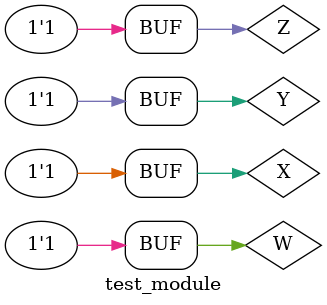
<source format=v>

module PoS (output S, input X, Y, Z, W); // maxtermos
    assign S = (X  | Y  | Z  | W ) & // M0 
               (X  | Y  | Z  | ~W) & // M1 
               (X  | Y  | ~Z | W ) & // M2 
               (X  | Y  | ~Z | ~W) & // M3 
               (X  | ~Y | ~Z | W ) & // M6 
               (~X | Y  | Z  | W ) & // M8 
               (~X | Y  | ~Z | ~W) & // M11
               (~X | ~Y | ~Z | W ) ; // M14
endmodule // PoS


// ---------------------
// -- test_module
// ---------------------
module test_module;
    reg X, Y, Z, W;
    wire S1;

    // instancias
    PoS PoS1 (S1, X, Y, Z, W);
    
    // valores iniciais
    initial 
        begin: start
            X=1'bx; // indefinidos
            Y=1'bx; // indefinidos
            Z=1'bx; // indefinidos
            W=1'bx; // indefinidos
        end

    // parte principal
    initial 
        begin: main
            // identificacao
            $display("Ex04c - Marcos Antonio Lommez - 771157");
            $display(" M (0, 1, 2, 3, 6, 8, 11, 14) ");

            // monitoramento
            $display(" X | Y | Z | W =  ");
            $monitor("%2b |%2b |%2b |%2b =    %2b", X, Y, Z, W, S1);
            
            // sinalizacao
            #1 X=0; Y=0; Z=0; W=0;
            #1 X=0; Y=0; Z=0; W=1;
            #1 X=0; Y=0; Z=1; W=0;
            #1 X=0; Y=0; Z=1; W=1;
            #1 X=0; Y=1; Z=0; W=0;
            #1 X=0; Y=1; Z=0; W=1;
            #1 X=0; Y=1; Z=1; W=0;
            #1 X=0; Y=1; Z=1; W=1;
            #1 X=1; Y=0; Z=0; W=0;
            #1 X=1; Y=0; Z=0; W=1;
            #1 X=1; Y=0; Z=1; W=0;
            #1 X=1; Y=0; Z=1; W=1;
            #1 X=1; Y=1; Z=0; W=0;
            #1 X=1; Y=1; Z=0; W=1;
            #1 X=1; Y=1; Z=1; W=0;
            #1 X=1; Y=1; Z=1; W=1;
        end
endmodule // test_module
</source>
